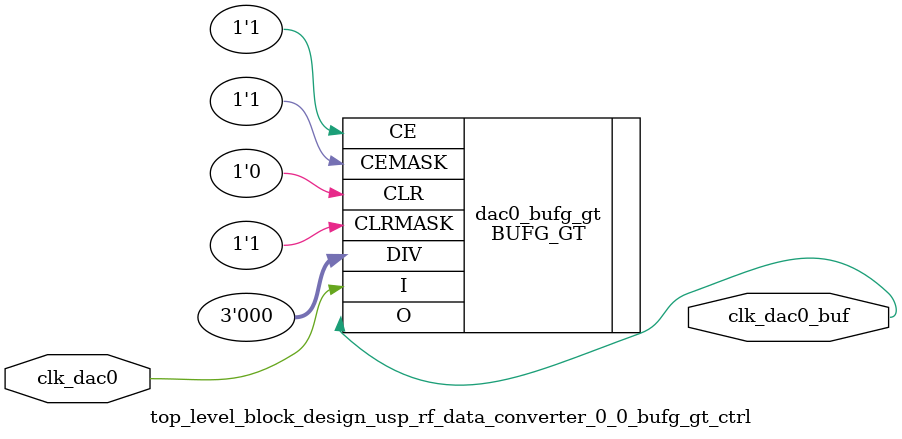
<source format=v>

`timescale 1ns / 1ps

(* DowngradeIPIdentifiedWarnings="yes" *)
module top_level_block_design_usp_rf_data_converter_0_0_bufg_gt_ctrl (
  // DAC Fabric Feedback Clock for Tile 0
  input    clk_dac0,
  output   clk_dac0_buf
      
);

  BUFG_GT dac0_bufg_gt
  (
    .I       (clk_dac0),
    .CE      (1'b1),
    .CEMASK  (1'b1),
    .CLR     (1'b0),
    .CLRMASK (1'b1),
    .DIV     (3'b000),
    .O       (clk_dac0_buf)
  );  

 
endmodule

</source>
